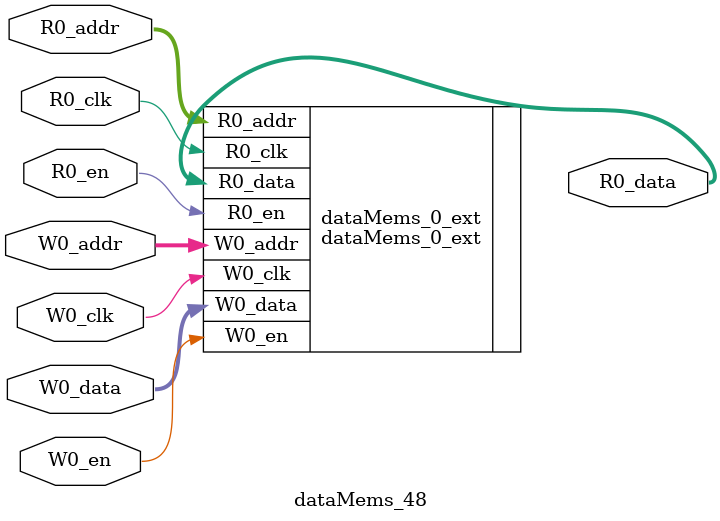
<source format=sv>
`ifndef RANDOMIZE
  `ifdef RANDOMIZE_REG_INIT
    `define RANDOMIZE
  `endif // RANDOMIZE_REG_INIT
`endif // not def RANDOMIZE
`ifndef RANDOMIZE
  `ifdef RANDOMIZE_MEM_INIT
    `define RANDOMIZE
  `endif // RANDOMIZE_MEM_INIT
`endif // not def RANDOMIZE

`ifndef RANDOM
  `define RANDOM $random
`endif // not def RANDOM

// Users can define 'PRINTF_COND' to add an extra gate to prints.
`ifndef PRINTF_COND_
  `ifdef PRINTF_COND
    `define PRINTF_COND_ (`PRINTF_COND)
  `else  // PRINTF_COND
    `define PRINTF_COND_ 1
  `endif // PRINTF_COND
`endif // not def PRINTF_COND_

// Users can define 'ASSERT_VERBOSE_COND' to add an extra gate to assert error printing.
`ifndef ASSERT_VERBOSE_COND_
  `ifdef ASSERT_VERBOSE_COND
    `define ASSERT_VERBOSE_COND_ (`ASSERT_VERBOSE_COND)
  `else  // ASSERT_VERBOSE_COND
    `define ASSERT_VERBOSE_COND_ 1
  `endif // ASSERT_VERBOSE_COND
`endif // not def ASSERT_VERBOSE_COND_

// Users can define 'STOP_COND' to add an extra gate to stop conditions.
`ifndef STOP_COND_
  `ifdef STOP_COND
    `define STOP_COND_ (`STOP_COND)
  `else  // STOP_COND
    `define STOP_COND_ 1
  `endif // STOP_COND
`endif // not def STOP_COND_

// Users can define INIT_RANDOM as general code that gets injected into the
// initializer block for modules with registers.
`ifndef INIT_RANDOM
  `define INIT_RANDOM
`endif // not def INIT_RANDOM

// If using random initialization, you can also define RANDOMIZE_DELAY to
// customize the delay used, otherwise 0.002 is used.
`ifndef RANDOMIZE_DELAY
  `define RANDOMIZE_DELAY 0.002
`endif // not def RANDOMIZE_DELAY

// Define INIT_RANDOM_PROLOG_ for use in our modules below.
`ifndef INIT_RANDOM_PROLOG_
  `ifdef RANDOMIZE
    `ifdef VERILATOR
      `define INIT_RANDOM_PROLOG_ `INIT_RANDOM
    `else  // VERILATOR
      `define INIT_RANDOM_PROLOG_ `INIT_RANDOM #`RANDOMIZE_DELAY begin end
    `endif // VERILATOR
  `else  // RANDOMIZE
    `define INIT_RANDOM_PROLOG_
  `endif // RANDOMIZE
`endif // not def INIT_RANDOM_PROLOG_

// Include register initializers in init blocks unless synthesis is set
`ifndef SYNTHESIS
  `ifndef ENABLE_INITIAL_REG_
    `define ENABLE_INITIAL_REG_
  `endif // not def ENABLE_INITIAL_REG_
`endif // not def SYNTHESIS

// Include rmemory initializers in init blocks unless synthesis is set
`ifndef SYNTHESIS
  `ifndef ENABLE_INITIAL_MEM_
    `define ENABLE_INITIAL_MEM_
  `endif // not def ENABLE_INITIAL_MEM_
`endif // not def SYNTHESIS

module dataMems_48(	// @[generators/ara/src/main/scala/UnsafeAXI4ToTL.scala:365:62]
  input  [4:0]   R0_addr,
  input          R0_en,
  input          R0_clk,
  output [258:0] R0_data,
  input  [4:0]   W0_addr,
  input          W0_en,
  input          W0_clk,
  input  [258:0] W0_data
);

  dataMems_0_ext dataMems_0_ext (	// @[generators/ara/src/main/scala/UnsafeAXI4ToTL.scala:365:62]
    .R0_addr (R0_addr),
    .R0_en   (R0_en),
    .R0_clk  (R0_clk),
    .R0_data (R0_data),
    .W0_addr (W0_addr),
    .W0_en   (W0_en),
    .W0_clk  (W0_clk),
    .W0_data (W0_data)
  );
endmodule


</source>
